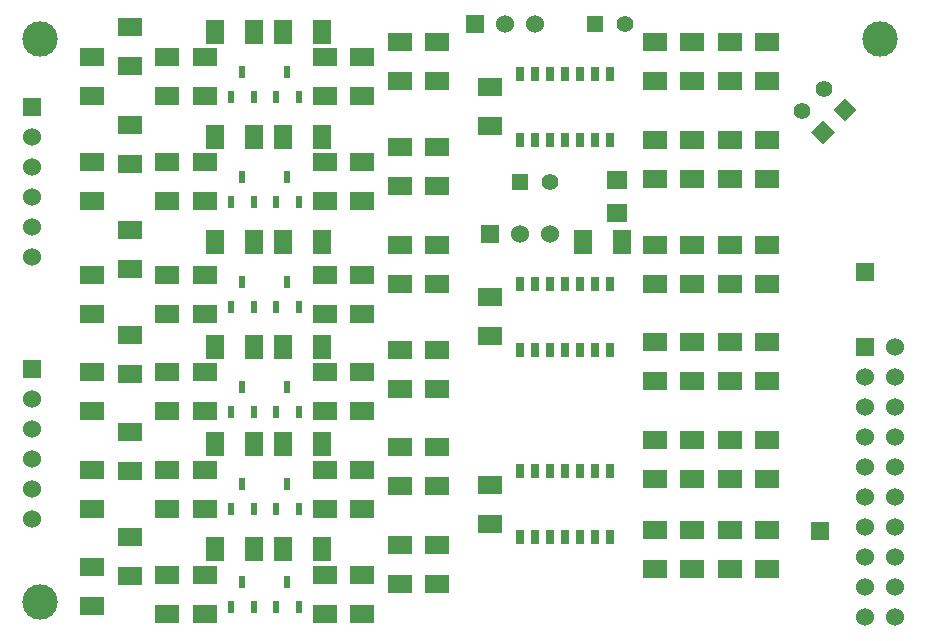
<source format=gts>
G04 (created by PCBNEW (2013-07-07 BZR 4022)-stable) date 08/12/2013 20:44:26*
%MOIN*%
G04 Gerber Fmt 3.4, Leading zero omitted, Abs format*
%FSLAX34Y34*%
G01*
G70*
G90*
G04 APERTURE LIST*
%ADD10C,0.00590551*%
%ADD11C,0.11811*%
%ADD12R,0.08X0.06*%
%ADD13R,0.06X0.06*%
%ADD14C,0.06*%
%ADD15R,0.06X0.08*%
%ADD16R,0.0709X0.0629*%
%ADD17R,0.0236X0.0394*%
%ADD18R,0.025X0.05*%
%ADD19R,0.055X0.055*%
%ADD20C,0.055*%
G04 APERTURE END LIST*
G54D10*
G54D11*
X36500Y-66750D03*
X64500Y-48000D03*
X36500Y-48000D03*
G54D12*
X58250Y-65650D03*
X58250Y-64350D03*
X57000Y-64350D03*
X57000Y-65650D03*
G54D13*
X64000Y-58250D03*
G54D14*
X65000Y-58250D03*
X64000Y-59250D03*
X65000Y-59250D03*
X64000Y-60250D03*
X65000Y-60250D03*
X64000Y-61250D03*
X65000Y-61250D03*
X64000Y-62250D03*
X65000Y-62250D03*
X64000Y-63250D03*
X65000Y-63250D03*
X64000Y-64250D03*
X65000Y-64250D03*
X64000Y-65250D03*
X65000Y-65250D03*
X64000Y-66250D03*
X65000Y-66250D03*
X64000Y-67250D03*
X65000Y-67250D03*
G54D12*
X38250Y-66900D03*
X38250Y-65600D03*
X60750Y-64350D03*
X60750Y-65650D03*
X59500Y-65650D03*
X59500Y-64350D03*
X39500Y-65900D03*
X39500Y-64600D03*
X58250Y-62650D03*
X58250Y-61350D03*
X57000Y-61350D03*
X57000Y-62650D03*
X38250Y-63650D03*
X38250Y-62350D03*
X39500Y-62400D03*
X39500Y-61100D03*
X59500Y-62650D03*
X59500Y-61350D03*
X60750Y-61350D03*
X60750Y-62650D03*
X48500Y-66150D03*
X48500Y-64850D03*
X42000Y-65850D03*
X42000Y-67150D03*
X47250Y-65850D03*
X47250Y-67150D03*
X49750Y-66150D03*
X49750Y-64850D03*
X46000Y-65850D03*
X46000Y-67150D03*
X51500Y-62850D03*
X51500Y-64150D03*
X40750Y-65850D03*
X40750Y-67150D03*
X48500Y-62900D03*
X48500Y-61600D03*
X42000Y-62350D03*
X42000Y-63650D03*
X46000Y-62350D03*
X46000Y-63650D03*
X40750Y-62350D03*
X40750Y-63650D03*
X58250Y-59400D03*
X58250Y-58100D03*
X40750Y-59100D03*
X40750Y-60400D03*
X46000Y-59100D03*
X46000Y-60400D03*
X42000Y-59100D03*
X42000Y-60400D03*
X48500Y-59650D03*
X48500Y-58350D03*
G54D15*
X44600Y-65000D03*
X45900Y-65000D03*
X42350Y-65000D03*
X43650Y-65000D03*
G54D12*
X38250Y-60400D03*
X38250Y-59100D03*
X57000Y-58100D03*
X57000Y-59400D03*
G54D15*
X54600Y-54750D03*
X55900Y-54750D03*
G54D13*
X51500Y-54500D03*
G54D14*
X52500Y-54500D03*
X53500Y-54500D03*
G54D16*
X55750Y-52691D03*
X55750Y-53809D03*
G54D17*
X42875Y-63666D03*
X43250Y-62834D03*
X43625Y-63666D03*
X44375Y-53416D03*
X44750Y-52584D03*
X45125Y-53416D03*
X42875Y-53416D03*
X43250Y-52584D03*
X43625Y-53416D03*
X44375Y-66916D03*
X44750Y-66084D03*
X45125Y-66916D03*
X44375Y-63666D03*
X44750Y-62834D03*
X45125Y-63666D03*
G54D12*
X58250Y-52650D03*
X58250Y-51350D03*
X57000Y-51350D03*
X57000Y-52650D03*
X38250Y-52100D03*
X38250Y-53400D03*
X39500Y-52150D03*
X39500Y-50850D03*
X59500Y-52650D03*
X59500Y-51350D03*
X60750Y-51350D03*
X60750Y-52650D03*
X48500Y-52900D03*
X48500Y-51600D03*
X49750Y-52900D03*
X49750Y-51600D03*
X42000Y-52100D03*
X42000Y-53400D03*
X46000Y-52100D03*
X46000Y-53400D03*
X47250Y-52100D03*
X47250Y-53400D03*
X40750Y-52100D03*
X40750Y-53400D03*
G54D17*
X42875Y-66916D03*
X43250Y-66084D03*
X43625Y-66916D03*
G54D13*
X36250Y-50250D03*
G54D14*
X36250Y-51250D03*
X36250Y-52250D03*
X36250Y-53250D03*
X36250Y-54250D03*
X36250Y-55250D03*
G54D12*
X49750Y-62900D03*
X49750Y-61600D03*
X47250Y-62350D03*
X47250Y-63650D03*
X51500Y-50900D03*
X51500Y-49600D03*
X49750Y-59650D03*
X49750Y-58350D03*
X47250Y-59100D03*
X47250Y-60400D03*
X39500Y-59150D03*
X39500Y-57850D03*
X47250Y-55850D03*
X47250Y-57150D03*
X49750Y-56150D03*
X49750Y-54850D03*
X51500Y-56600D03*
X51500Y-57900D03*
X57000Y-54850D03*
X57000Y-56150D03*
X58250Y-56150D03*
X58250Y-54850D03*
X40750Y-55850D03*
X40750Y-57150D03*
X46000Y-55850D03*
X46000Y-57150D03*
X42000Y-55850D03*
X42000Y-57150D03*
X48500Y-56150D03*
X48500Y-54850D03*
X60750Y-54850D03*
X60750Y-56150D03*
X59500Y-56150D03*
X59500Y-54850D03*
X39500Y-55650D03*
X39500Y-54350D03*
X38250Y-57150D03*
X38250Y-55850D03*
G54D17*
X44375Y-60416D03*
X44750Y-59584D03*
X45125Y-60416D03*
X42875Y-60416D03*
X43250Y-59584D03*
X43625Y-60416D03*
X44375Y-56916D03*
X44750Y-56084D03*
X45125Y-56916D03*
X42875Y-56916D03*
X43250Y-56084D03*
X43625Y-56916D03*
G54D15*
X42350Y-61500D03*
X43650Y-61500D03*
X44600Y-61500D03*
X45900Y-61500D03*
X42350Y-58250D03*
X43650Y-58250D03*
X44600Y-58250D03*
X45900Y-58250D03*
X44600Y-51250D03*
X45900Y-51250D03*
X42350Y-51250D03*
X43650Y-51250D03*
X44600Y-54750D03*
X45900Y-54750D03*
X42350Y-54750D03*
X43650Y-54750D03*
G54D12*
X59500Y-59400D03*
X59500Y-58100D03*
X60750Y-58100D03*
X60750Y-59400D03*
G54D18*
X55500Y-62400D03*
X55000Y-62400D03*
X54500Y-62400D03*
X54000Y-62400D03*
X53500Y-62400D03*
X53000Y-62400D03*
X52500Y-62400D03*
X52500Y-64600D03*
X53000Y-64600D03*
X53500Y-64600D03*
X54000Y-64600D03*
X54500Y-64600D03*
X55000Y-64600D03*
X55500Y-64600D03*
X55500Y-56150D03*
X55000Y-56150D03*
X54500Y-56150D03*
X54000Y-56150D03*
X53500Y-56150D03*
X53000Y-56150D03*
X52500Y-56150D03*
X52500Y-58350D03*
X53000Y-58350D03*
X53500Y-58350D03*
X54000Y-58350D03*
X54500Y-58350D03*
X55000Y-58350D03*
X55500Y-58350D03*
X55500Y-49150D03*
X55000Y-49150D03*
X54500Y-49150D03*
X54000Y-49150D03*
X53500Y-49150D03*
X53000Y-49150D03*
X52500Y-49150D03*
X52500Y-51350D03*
X53000Y-51350D03*
X53500Y-51350D03*
X54000Y-51350D03*
X54500Y-51350D03*
X55000Y-51350D03*
X55500Y-51350D03*
G54D17*
X42875Y-49916D03*
X43250Y-49084D03*
X43625Y-49916D03*
X44375Y-49916D03*
X44750Y-49084D03*
X45125Y-49916D03*
G54D12*
X58250Y-49400D03*
X58250Y-48100D03*
X57000Y-48100D03*
X57000Y-49400D03*
X38250Y-48600D03*
X38250Y-49900D03*
X39500Y-48900D03*
X39500Y-47600D03*
X59500Y-49400D03*
X59500Y-48100D03*
X60750Y-48100D03*
X60750Y-49400D03*
X48500Y-49400D03*
X48500Y-48100D03*
X49750Y-49400D03*
X49750Y-48100D03*
X42000Y-48600D03*
X42000Y-49900D03*
X46000Y-48600D03*
X46000Y-49900D03*
X47250Y-48600D03*
X47250Y-49900D03*
X40750Y-48600D03*
X40750Y-49900D03*
G54D15*
X44600Y-47750D03*
X45900Y-47750D03*
X42350Y-47750D03*
X43650Y-47750D03*
G54D13*
X62500Y-64400D03*
X64000Y-55750D03*
X36250Y-59000D03*
G54D14*
X36250Y-60000D03*
X36250Y-61000D03*
X36250Y-62000D03*
X36250Y-63000D03*
X36250Y-64000D03*
G54D19*
X52500Y-52750D03*
G54D20*
X53500Y-52750D03*
G54D19*
X55000Y-47500D03*
G54D20*
X56000Y-47500D03*
G54D13*
X51000Y-47500D03*
G54D14*
X52000Y-47500D03*
X53000Y-47500D03*
G54D10*
G36*
X63742Y-50353D02*
X63353Y-50742D01*
X62964Y-50353D01*
X63353Y-49964D01*
X63742Y-50353D01*
X63742Y-50353D01*
G37*
G54D20*
X62646Y-49646D03*
G54D10*
G36*
X62992Y-51103D02*
X62603Y-51492D01*
X62214Y-51103D01*
X62603Y-50714D01*
X62992Y-51103D01*
X62992Y-51103D01*
G37*
G54D20*
X61896Y-50396D03*
M02*

</source>
